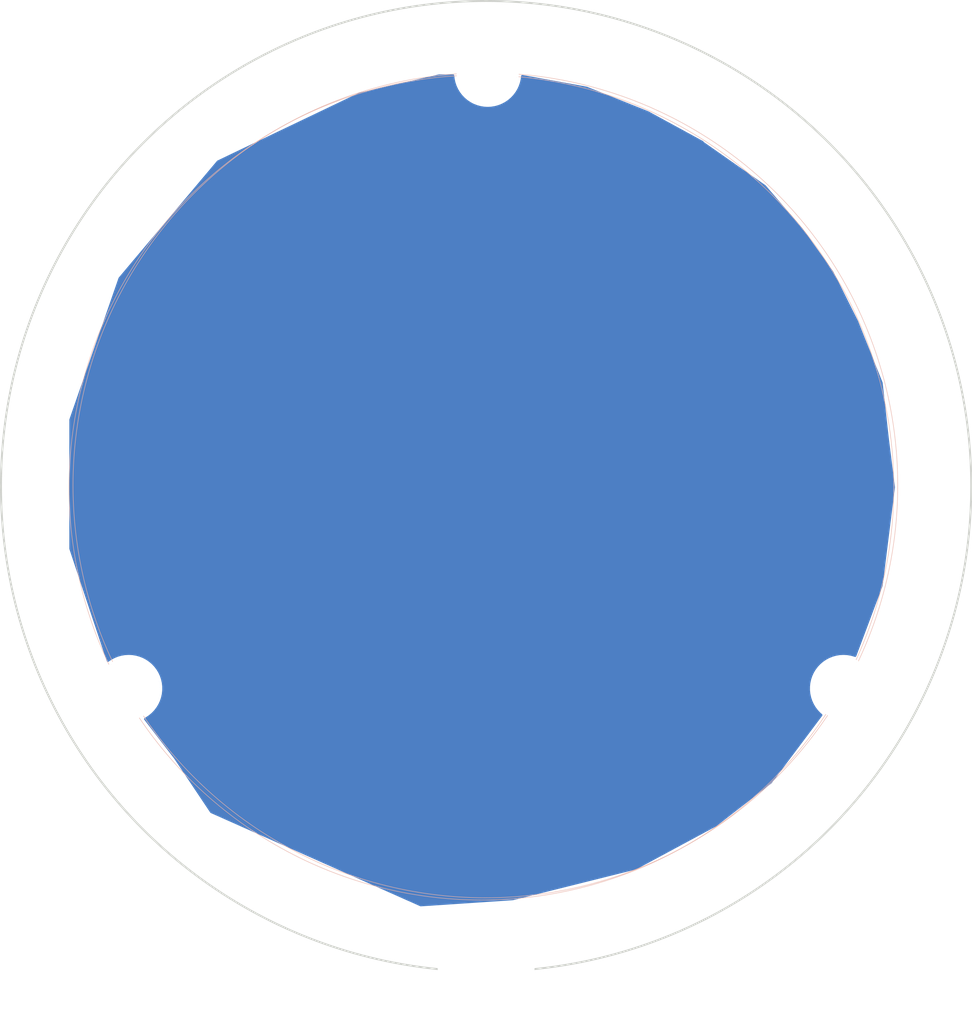
<source format=kicad_pcb>
(kicad_pcb (version 20221018) (generator pcbnew)
  (layers (0 "F.Cu" signal) (31 "B.Cu" signal) (34 "B.Paste" user) (35 "F.Paste" user) (36 "B.SilkS" user "B.Silkscreen") (37 "F.SilkS" user "F.Silkscreen") (38 "B.Mask" user) (39 "F.Mask" user) (44 "Edge.Cuts" user))
  (net 0 "")
  (net 1 "GND")
  (footprint "MountingHole:MountingHole_6.4mm_M6" (layer "F.Cu") (at 79.375 36.195)
    (fp_text reference "REF**" hide)
    (fp_text value "MountingHole_6.4mm_M6")
    (pad "" np_thru_hole circle (at 0 0) (size 6.4 6.4) (drill 6.4) (layers "F&B.Cu" "*.Mask"))
  )
  (footprint "" (layer "F.Cu") (at 42.38 99.575)
    (fp_text reference "" (at 0 0) (layer "F.SilkS") (effects (font (size 1.27 1.27))))
    (fp_text value "" (at 0 0) (layer "F.SilkS") (effects (font (size 1.27 1.27))))
    (pad "" np_thru_hole circle (at 0 0) (size 6.4 6.4) (drill 6.4) (layers "F&B.Cu" "*.Mask"))
  )
  (footprint "" (layer "F.Cu") (at 79.21 128.15)
    (fp_text reference "" (at 0 0) (layer "F.SilkS") (effects (font (size 1.27 1.27))))
    (fp_text value "" (at 0 0) (layer "F.SilkS") (effects (font (size 1.27 1.27))))
    (pad "" np_thru_hole circle (at 0 0) (size 10 10) (drill 12) (layers "F&B.Cu" "*.Mask"))
  )
  (footprint "" (layer "F.Cu") (at 116.04 99.575)
    (fp_text reference "" (at 0 0) (layer "F.SilkS") (effects (font (size 1.27 1.27))))
    (fp_text value "" (at 0 0) (layer "F.SilkS") (effects (font (size 1.27 1.27))))
    (pad "" np_thru_hole circle (at 0 0) (size 6.4 6.4) (drill 6.4) (layers "F&B.Cu" "*.Mask"))
  )
  (gr_circle (center 78.724962 78.874192) (end 121.224962 78.874192) (stroke (width 0.05)) (fill none) (layer "B.SilkS"))
  (gr_circle (center 79.1338 78.6454) (end 121.6338 78.6454) (stroke (width 0.05)) (fill none) (layer "B.SilkS"))
  (gr_circle (center 79.21 78.74) (end 129.21 78.74) (stroke (width 0.2)) (fill none) (layer "Edge.Cuts"))
  (zone (net 1) (net_name "GND") (layer "B.Cu") (connect_pads (clearance 0.5)) (min_thickness 0.25) (fill yes (thermal_gap 0.5) (thermal_bridge_width 0.5))
    (polygon (pts (xy 82.611162 36.303792) (xy 89.596162 37.573792) (xy 95.946162 40.113792) (xy 102.931162 43.923792) (xy 101.661162 43.288792) (xy 108.011162 47.733792) (xy 111.821162 52.178792) (xy 114.996162 56.623792) (xy 117.536162 61.703792) (xy 120.076162 68.053792) (xy 120.711162 73.768792) (xy 121.346162 78.848792) (xy 120.076162 89.008792) (xy 116.266162 99.168792) (xy 108.646162 109.328792) (xy 102.931162 113.773792) (xy 94.676162 118.218792) (xy 81.976162 121.393792) (xy 72.451162 122.028792) (xy 50.8 112.395) (xy 47.051162 106.788792) (xy 40.701162 98.533792) (xy 36.256162 85.198792) (xy 36.256162 71.863792) (xy 41.336162 57.258792) (xy 51.496162 45.193792) (xy 66.101162 38.208792) (xy 74.356162 36.303792)))
  )
)
</source>
